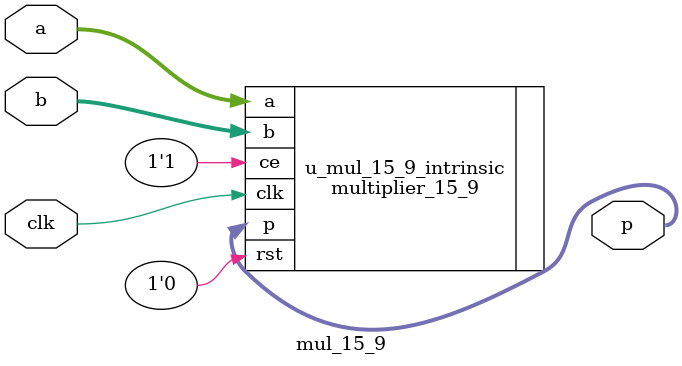
<source format=sv>
module mul_15_9 (
    input         clk,
    input  [14:0] a  ,
    input  [ 8:0] b  ,
    output [23:0] p
);

    multiplier_15_9 u_mul_15_9_intrinsic (
        .ce (1'b1),
        .rst(1'b0),
        .clk(clk ),
        .a  (a   ),
        .b  (b   ),
        .p  (p   )
    );

endmodule : mul_15_9

</source>
